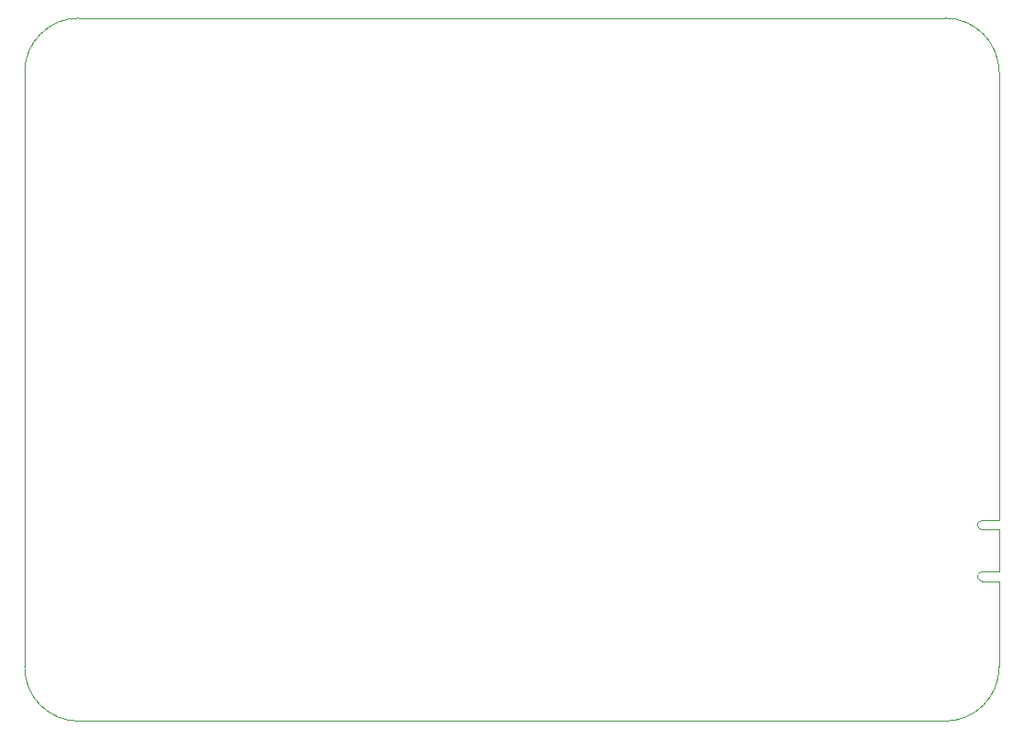
<source format=gbr>
%TF.GenerationSoftware,KiCad,Pcbnew,5.1.10-1.fc33*%
%TF.CreationDate,2021-05-26T11:17:30-04:00*%
%TF.ProjectId,UnderglowPCB,556e6465-7267-46c6-9f77-5043422e6b69,1.3.2*%
%TF.SameCoordinates,Original*%
%TF.FileFunction,Profile,NP*%
%FSLAX46Y46*%
G04 Gerber Fmt 4.6, Leading zero omitted, Abs format (unit mm)*
G04 Created by KiCad (PCBNEW 5.1.10-1.fc33) date 2021-05-26 11:17:30*
%MOMM*%
%LPD*%
G01*
G04 APERTURE LIST*
%TA.AperFunction,Profile*%
%ADD10C,0.050000*%
%TD*%
%TA.AperFunction,Profile*%
%ADD11C,0.100000*%
%TD*%
G04 APERTURE END LIST*
D10*
X109050000Y-132950000D02*
X189050000Y-132950000D01*
X194050000Y-127950000D02*
G75*
G02*
X189050000Y-132950000I-5000000J0D01*
G01*
X109050000Y-132950000D02*
G75*
G02*
X104050000Y-127950000I0J5000000D01*
G01*
X104050000Y-72950000D02*
G75*
G02*
X109050000Y-67950000I5000000J0D01*
G01*
X189050000Y-67950000D02*
G75*
G02*
X194050000Y-72950000I0J-5000000D01*
G01*
X194050000Y-113450000D02*
X194050000Y-72950000D01*
X194050000Y-127950000D02*
X194050000Y-120950000D01*
X104050000Y-127950000D02*
X104050000Y-72950000D01*
X109050000Y-67950000D02*
X189050000Y-67950000D01*
D11*
%TO.C,J3*%
X194050000Y-120950000D02*
X194050000Y-120000000D01*
X192475000Y-120000000D02*
X194050000Y-120000000D01*
X192475000Y-119150000D02*
X194050000Y-119150000D01*
X194050000Y-119150000D02*
X194050000Y-115250000D01*
X192475000Y-115250000D02*
X194050000Y-115250000D01*
X192475000Y-114400000D02*
X194050000Y-114400000D01*
X194050000Y-114400000D02*
X194050000Y-113450000D01*
X192475000Y-114400000D02*
G75*
G03*
X192475000Y-115250000I0J-425000D01*
G01*
X192475000Y-119150000D02*
G75*
G03*
X192475000Y-120000000I0J-425000D01*
G01*
%TD*%
M02*

</source>
